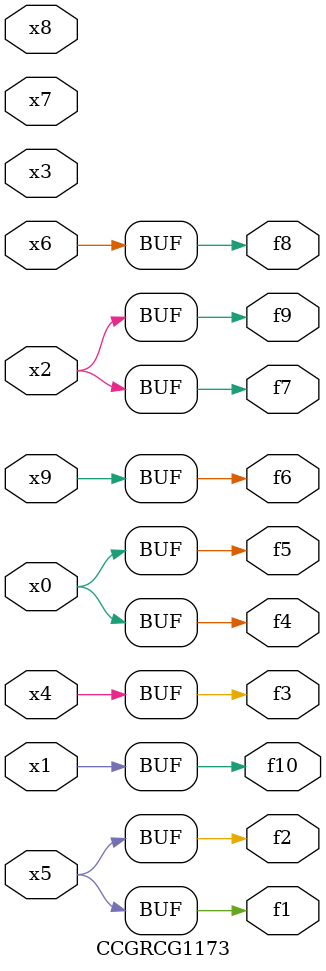
<source format=v>
module CCGRCG1173(
	input x0, x1, x2, x3, x4, x5, x6, x7, x8, x9,
	output f1, f2, f3, f4, f5, f6, f7, f8, f9, f10
);
	assign f1 = x5;
	assign f2 = x5;
	assign f3 = x4;
	assign f4 = x0;
	assign f5 = x0;
	assign f6 = x9;
	assign f7 = x2;
	assign f8 = x6;
	assign f9 = x2;
	assign f10 = x1;
endmodule

</source>
